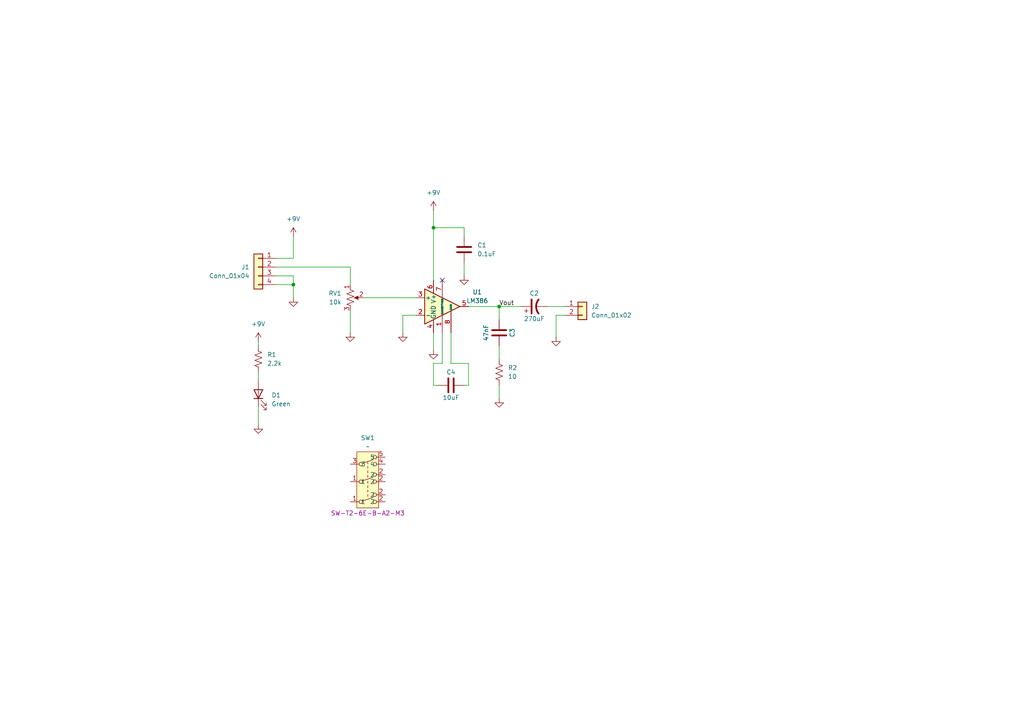
<source format=kicad_sch>
(kicad_sch
	(version 20231120)
	(generator "eeschema")
	(generator_version "8.0")
	(uuid "9d0d146f-8784-4145-96bc-2fe1ea71556f")
	(paper "A4")
	(lib_symbols
		(symbol "Amplifier_Audio:LM386"
			(pin_names
				(offset 0.127)
			)
			(exclude_from_sim no)
			(in_bom yes)
			(on_board yes)
			(property "Reference" "U"
				(at 1.27 7.62 0)
				(effects
					(font
						(size 1.27 1.27)
					)
					(justify left)
				)
			)
			(property "Value" "LM386"
				(at 1.27 5.08 0)
				(effects
					(font
						(size 1.27 1.27)
					)
					(justify left)
				)
			)
			(property "Footprint" ""
				(at 2.54 2.54 0)
				(effects
					(font
						(size 1.27 1.27)
					)
					(hide yes)
				)
			)
			(property "Datasheet" "http://www.ti.com/lit/ds/symlink/lm386.pdf"
				(at 5.08 5.08 0)
				(effects
					(font
						(size 1.27 1.27)
					)
					(hide yes)
				)
			)
			(property "Description" "Low Voltage Audio Power Amplifier, DIP-8/SOIC-8/SSOP-8"
				(at 0 0 0)
				(effects
					(font
						(size 1.27 1.27)
					)
					(hide yes)
				)
			)
			(property "ki_keywords" "single Power opamp"
				(at 0 0 0)
				(effects
					(font
						(size 1.27 1.27)
					)
					(hide yes)
				)
			)
			(property "ki_fp_filters" "SOIC*3.9x4.9mm*P1.27mm* DIP*W7.62mm* MSSOP*P0.65mm* TSSOP*3x3mm*P0.5mm*"
				(at 0 0 0)
				(effects
					(font
						(size 1.27 1.27)
					)
					(hide yes)
				)
			)
			(symbol "LM386_0_1"
				(polyline
					(pts
						(xy 5.08 0) (xy -5.08 5.08) (xy -5.08 -5.08) (xy 5.08 0)
					)
					(stroke
						(width 0.254)
						(type default)
					)
					(fill
						(type background)
					)
				)
			)
			(symbol "LM386_1_1"
				(pin input line
					(at 0 -7.62 90)
					(length 5.08)
					(name "GAIN"
						(effects
							(font
								(size 0.508 0.508)
							)
						)
					)
					(number "1"
						(effects
							(font
								(size 1.27 1.27)
							)
						)
					)
				)
				(pin input line
					(at -7.62 -2.54 0)
					(length 2.54)
					(name "-"
						(effects
							(font
								(size 1.27 1.27)
							)
						)
					)
					(number "2"
						(effects
							(font
								(size 1.27 1.27)
							)
						)
					)
				)
				(pin input line
					(at -7.62 2.54 0)
					(length 2.54)
					(name "+"
						(effects
							(font
								(size 1.27 1.27)
							)
						)
					)
					(number "3"
						(effects
							(font
								(size 1.27 1.27)
							)
						)
					)
				)
				(pin power_in line
					(at -2.54 -7.62 90)
					(length 3.81)
					(name "GND"
						(effects
							(font
								(size 1.27 1.27)
							)
						)
					)
					(number "4"
						(effects
							(font
								(size 1.27 1.27)
							)
						)
					)
				)
				(pin output line
					(at 7.62 0 180)
					(length 2.54)
					(name "~"
						(effects
							(font
								(size 1.27 1.27)
							)
						)
					)
					(number "5"
						(effects
							(font
								(size 1.27 1.27)
							)
						)
					)
				)
				(pin power_in line
					(at -2.54 7.62 270)
					(length 3.81)
					(name "V+"
						(effects
							(font
								(size 1.27 1.27)
							)
						)
					)
					(number "6"
						(effects
							(font
								(size 1.27 1.27)
							)
						)
					)
				)
				(pin input line
					(at 0 7.62 270)
					(length 5.08)
					(name "BYPASS"
						(effects
							(font
								(size 0.508 0.508)
							)
						)
					)
					(number "7"
						(effects
							(font
								(size 1.27 1.27)
							)
						)
					)
				)
				(pin input line
					(at 2.54 -7.62 90)
					(length 6.35)
					(name "GAIN"
						(effects
							(font
								(size 0.508 0.508)
							)
						)
					)
					(number "8"
						(effects
							(font
								(size 1.27 1.27)
							)
						)
					)
				)
			)
		)
		(symbol "Connector_Generic:Conn_01x02"
			(pin_names
				(offset 1.016) hide)
			(exclude_from_sim no)
			(in_bom yes)
			(on_board yes)
			(property "Reference" "J"
				(at 0 2.54 0)
				(effects
					(font
						(size 1.27 1.27)
					)
				)
			)
			(property "Value" "Conn_01x02"
				(at 0 -5.08 0)
				(effects
					(font
						(size 1.27 1.27)
					)
				)
			)
			(property "Footprint" ""
				(at 0 0 0)
				(effects
					(font
						(size 1.27 1.27)
					)
					(hide yes)
				)
			)
			(property "Datasheet" "~"
				(at 0 0 0)
				(effects
					(font
						(size 1.27 1.27)
					)
					(hide yes)
				)
			)
			(property "Description" "Generic connector, single row, 01x02, script generated (kicad-library-utils/schlib/autogen/connector/)"
				(at 0 0 0)
				(effects
					(font
						(size 1.27 1.27)
					)
					(hide yes)
				)
			)
			(property "ki_keywords" "connector"
				(at 0 0 0)
				(effects
					(font
						(size 1.27 1.27)
					)
					(hide yes)
				)
			)
			(property "ki_fp_filters" "Connector*:*_1x??_*"
				(at 0 0 0)
				(effects
					(font
						(size 1.27 1.27)
					)
					(hide yes)
				)
			)
			(symbol "Conn_01x02_1_1"
				(rectangle
					(start -1.27 -2.413)
					(end 0 -2.667)
					(stroke
						(width 0.1524)
						(type default)
					)
					(fill
						(type none)
					)
				)
				(rectangle
					(start -1.27 0.127)
					(end 0 -0.127)
					(stroke
						(width 0.1524)
						(type default)
					)
					(fill
						(type none)
					)
				)
				(rectangle
					(start -1.27 1.27)
					(end 1.27 -3.81)
					(stroke
						(width 0.254)
						(type default)
					)
					(fill
						(type background)
					)
				)
				(pin passive line
					(at -5.08 0 0)
					(length 3.81)
					(name "Pin_1"
						(effects
							(font
								(size 1.27 1.27)
							)
						)
					)
					(number "1"
						(effects
							(font
								(size 1.27 1.27)
							)
						)
					)
				)
				(pin passive line
					(at -5.08 -2.54 0)
					(length 3.81)
					(name "Pin_2"
						(effects
							(font
								(size 1.27 1.27)
							)
						)
					)
					(number "2"
						(effects
							(font
								(size 1.27 1.27)
							)
						)
					)
				)
			)
		)
		(symbol "Connector_Generic:Conn_01x04"
			(pin_names
				(offset 1.016) hide)
			(exclude_from_sim no)
			(in_bom yes)
			(on_board yes)
			(property "Reference" "J"
				(at 0 5.08 0)
				(effects
					(font
						(size 1.27 1.27)
					)
				)
			)
			(property "Value" "Conn_01x04"
				(at 0 -7.62 0)
				(effects
					(font
						(size 1.27 1.27)
					)
				)
			)
			(property "Footprint" ""
				(at 0 0 0)
				(effects
					(font
						(size 1.27 1.27)
					)
					(hide yes)
				)
			)
			(property "Datasheet" "~"
				(at 0 0 0)
				(effects
					(font
						(size 1.27 1.27)
					)
					(hide yes)
				)
			)
			(property "Description" "Generic connector, single row, 01x04, script generated (kicad-library-utils/schlib/autogen/connector/)"
				(at 0 0 0)
				(effects
					(font
						(size 1.27 1.27)
					)
					(hide yes)
				)
			)
			(property "ki_keywords" "connector"
				(at 0 0 0)
				(effects
					(font
						(size 1.27 1.27)
					)
					(hide yes)
				)
			)
			(property "ki_fp_filters" "Connector*:*_1x??_*"
				(at 0 0 0)
				(effects
					(font
						(size 1.27 1.27)
					)
					(hide yes)
				)
			)
			(symbol "Conn_01x04_1_1"
				(rectangle
					(start -1.27 -4.953)
					(end 0 -5.207)
					(stroke
						(width 0.1524)
						(type default)
					)
					(fill
						(type none)
					)
				)
				(rectangle
					(start -1.27 -2.413)
					(end 0 -2.667)
					(stroke
						(width 0.1524)
						(type default)
					)
					(fill
						(type none)
					)
				)
				(rectangle
					(start -1.27 0.127)
					(end 0 -0.127)
					(stroke
						(width 0.1524)
						(type default)
					)
					(fill
						(type none)
					)
				)
				(rectangle
					(start -1.27 2.667)
					(end 0 2.413)
					(stroke
						(width 0.1524)
						(type default)
					)
					(fill
						(type none)
					)
				)
				(rectangle
					(start -1.27 3.81)
					(end 1.27 -6.35)
					(stroke
						(width 0.254)
						(type default)
					)
					(fill
						(type background)
					)
				)
				(pin passive line
					(at -5.08 2.54 0)
					(length 3.81)
					(name "Pin_1"
						(effects
							(font
								(size 1.27 1.27)
							)
						)
					)
					(number "1"
						(effects
							(font
								(size 1.27 1.27)
							)
						)
					)
				)
				(pin passive line
					(at -5.08 0 0)
					(length 3.81)
					(name "Pin_2"
						(effects
							(font
								(size 1.27 1.27)
							)
						)
					)
					(number "2"
						(effects
							(font
								(size 1.27 1.27)
							)
						)
					)
				)
				(pin passive line
					(at -5.08 -2.54 0)
					(length 3.81)
					(name "Pin_3"
						(effects
							(font
								(size 1.27 1.27)
							)
						)
					)
					(number "3"
						(effects
							(font
								(size 1.27 1.27)
							)
						)
					)
				)
				(pin passive line
					(at -5.08 -5.08 0)
					(length 3.81)
					(name "Pin_4"
						(effects
							(font
								(size 1.27 1.27)
							)
						)
					)
					(number "4"
						(effects
							(font
								(size 1.27 1.27)
							)
						)
					)
				)
			)
		)
		(symbol "Device:C"
			(pin_numbers hide)
			(pin_names
				(offset 0.254)
			)
			(exclude_from_sim no)
			(in_bom yes)
			(on_board yes)
			(property "Reference" "C"
				(at 0.635 2.54 0)
				(effects
					(font
						(size 1.27 1.27)
					)
					(justify left)
				)
			)
			(property "Value" "C"
				(at 0.635 -2.54 0)
				(effects
					(font
						(size 1.27 1.27)
					)
					(justify left)
				)
			)
			(property "Footprint" ""
				(at 0.9652 -3.81 0)
				(effects
					(font
						(size 1.27 1.27)
					)
					(hide yes)
				)
			)
			(property "Datasheet" "~"
				(at 0 0 0)
				(effects
					(font
						(size 1.27 1.27)
					)
					(hide yes)
				)
			)
			(property "Description" "Unpolarized capacitor"
				(at 0 0 0)
				(effects
					(font
						(size 1.27 1.27)
					)
					(hide yes)
				)
			)
			(property "ki_keywords" "cap capacitor"
				(at 0 0 0)
				(effects
					(font
						(size 1.27 1.27)
					)
					(hide yes)
				)
			)
			(property "ki_fp_filters" "C_*"
				(at 0 0 0)
				(effects
					(font
						(size 1.27 1.27)
					)
					(hide yes)
				)
			)
			(symbol "C_0_1"
				(polyline
					(pts
						(xy -2.032 -0.762) (xy 2.032 -0.762)
					)
					(stroke
						(width 0.508)
						(type default)
					)
					(fill
						(type none)
					)
				)
				(polyline
					(pts
						(xy -2.032 0.762) (xy 2.032 0.762)
					)
					(stroke
						(width 0.508)
						(type default)
					)
					(fill
						(type none)
					)
				)
			)
			(symbol "C_1_1"
				(pin passive line
					(at 0 3.81 270)
					(length 2.794)
					(name "~"
						(effects
							(font
								(size 1.27 1.27)
							)
						)
					)
					(number "1"
						(effects
							(font
								(size 1.27 1.27)
							)
						)
					)
				)
				(pin passive line
					(at 0 -3.81 90)
					(length 2.794)
					(name "~"
						(effects
							(font
								(size 1.27 1.27)
							)
						)
					)
					(number "2"
						(effects
							(font
								(size 1.27 1.27)
							)
						)
					)
				)
			)
		)
		(symbol "Device:C_Polarized_US"
			(pin_numbers hide)
			(pin_names
				(offset 0.254) hide)
			(exclude_from_sim no)
			(in_bom yes)
			(on_board yes)
			(property "Reference" "C"
				(at 0.635 2.54 0)
				(effects
					(font
						(size 1.27 1.27)
					)
					(justify left)
				)
			)
			(property "Value" "C_Polarized_US"
				(at 0.635 -2.54 0)
				(effects
					(font
						(size 1.27 1.27)
					)
					(justify left)
				)
			)
			(property "Footprint" ""
				(at 0 0 0)
				(effects
					(font
						(size 1.27 1.27)
					)
					(hide yes)
				)
			)
			(property "Datasheet" "~"
				(at 0 0 0)
				(effects
					(font
						(size 1.27 1.27)
					)
					(hide yes)
				)
			)
			(property "Description" "Polarized capacitor, US symbol"
				(at 0 0 0)
				(effects
					(font
						(size 1.27 1.27)
					)
					(hide yes)
				)
			)
			(property "ki_keywords" "cap capacitor"
				(at 0 0 0)
				(effects
					(font
						(size 1.27 1.27)
					)
					(hide yes)
				)
			)
			(property "ki_fp_filters" "CP_*"
				(at 0 0 0)
				(effects
					(font
						(size 1.27 1.27)
					)
					(hide yes)
				)
			)
			(symbol "C_Polarized_US_0_1"
				(polyline
					(pts
						(xy -2.032 0.762) (xy 2.032 0.762)
					)
					(stroke
						(width 0.508)
						(type default)
					)
					(fill
						(type none)
					)
				)
				(polyline
					(pts
						(xy -1.778 2.286) (xy -0.762 2.286)
					)
					(stroke
						(width 0)
						(type default)
					)
					(fill
						(type none)
					)
				)
				(polyline
					(pts
						(xy -1.27 1.778) (xy -1.27 2.794)
					)
					(stroke
						(width 0)
						(type default)
					)
					(fill
						(type none)
					)
				)
				(arc
					(start 2.032 -1.27)
					(mid 0 -0.5572)
					(end -2.032 -1.27)
					(stroke
						(width 0.508)
						(type default)
					)
					(fill
						(type none)
					)
				)
			)
			(symbol "C_Polarized_US_1_1"
				(pin passive line
					(at 0 3.81 270)
					(length 2.794)
					(name "~"
						(effects
							(font
								(size 1.27 1.27)
							)
						)
					)
					(number "1"
						(effects
							(font
								(size 1.27 1.27)
							)
						)
					)
				)
				(pin passive line
					(at 0 -3.81 90)
					(length 3.302)
					(name "~"
						(effects
							(font
								(size 1.27 1.27)
							)
						)
					)
					(number "2"
						(effects
							(font
								(size 1.27 1.27)
							)
						)
					)
				)
			)
		)
		(symbol "Device:LED"
			(pin_numbers hide)
			(pin_names
				(offset 1.016) hide)
			(exclude_from_sim no)
			(in_bom yes)
			(on_board yes)
			(property "Reference" "D"
				(at 0 2.54 0)
				(effects
					(font
						(size 1.27 1.27)
					)
				)
			)
			(property "Value" "LED"
				(at 0 -2.54 0)
				(effects
					(font
						(size 1.27 1.27)
					)
				)
			)
			(property "Footprint" ""
				(at 0 0 0)
				(effects
					(font
						(size 1.27 1.27)
					)
					(hide yes)
				)
			)
			(property "Datasheet" "~"
				(at 0 0 0)
				(effects
					(font
						(size 1.27 1.27)
					)
					(hide yes)
				)
			)
			(property "Description" "Light emitting diode"
				(at 0 0 0)
				(effects
					(font
						(size 1.27 1.27)
					)
					(hide yes)
				)
			)
			(property "ki_keywords" "LED diode"
				(at 0 0 0)
				(effects
					(font
						(size 1.27 1.27)
					)
					(hide yes)
				)
			)
			(property "ki_fp_filters" "LED* LED_SMD:* LED_THT:*"
				(at 0 0 0)
				(effects
					(font
						(size 1.27 1.27)
					)
					(hide yes)
				)
			)
			(symbol "LED_0_1"
				(polyline
					(pts
						(xy -1.27 -1.27) (xy -1.27 1.27)
					)
					(stroke
						(width 0.254)
						(type default)
					)
					(fill
						(type none)
					)
				)
				(polyline
					(pts
						(xy -1.27 0) (xy 1.27 0)
					)
					(stroke
						(width 0)
						(type default)
					)
					(fill
						(type none)
					)
				)
				(polyline
					(pts
						(xy 1.27 -1.27) (xy 1.27 1.27) (xy -1.27 0) (xy 1.27 -1.27)
					)
					(stroke
						(width 0.254)
						(type default)
					)
					(fill
						(type none)
					)
				)
				(polyline
					(pts
						(xy -3.048 -0.762) (xy -4.572 -2.286) (xy -3.81 -2.286) (xy -4.572 -2.286) (xy -4.572 -1.524)
					)
					(stroke
						(width 0)
						(type default)
					)
					(fill
						(type none)
					)
				)
				(polyline
					(pts
						(xy -1.778 -0.762) (xy -3.302 -2.286) (xy -2.54 -2.286) (xy -3.302 -2.286) (xy -3.302 -1.524)
					)
					(stroke
						(width 0)
						(type default)
					)
					(fill
						(type none)
					)
				)
			)
			(symbol "LED_1_1"
				(pin passive line
					(at -3.81 0 0)
					(length 2.54)
					(name "K"
						(effects
							(font
								(size 1.27 1.27)
							)
						)
					)
					(number "1"
						(effects
							(font
								(size 1.27 1.27)
							)
						)
					)
				)
				(pin passive line
					(at 3.81 0 180)
					(length 2.54)
					(name "A"
						(effects
							(font
								(size 1.27 1.27)
							)
						)
					)
					(number "2"
						(effects
							(font
								(size 1.27 1.27)
							)
						)
					)
				)
			)
		)
		(symbol "Device:R_Potentiometer_US"
			(pin_names
				(offset 1.016) hide)
			(exclude_from_sim no)
			(in_bom yes)
			(on_board yes)
			(property "Reference" "RV"
				(at -4.445 0 90)
				(effects
					(font
						(size 1.27 1.27)
					)
				)
			)
			(property "Value" "R_Potentiometer_US"
				(at -2.54 0 90)
				(effects
					(font
						(size 1.27 1.27)
					)
				)
			)
			(property "Footprint" ""
				(at 0 0 0)
				(effects
					(font
						(size 1.27 1.27)
					)
					(hide yes)
				)
			)
			(property "Datasheet" "~"
				(at 0 0 0)
				(effects
					(font
						(size 1.27 1.27)
					)
					(hide yes)
				)
			)
			(property "Description" "Potentiometer, US symbol"
				(at 0 0 0)
				(effects
					(font
						(size 1.27 1.27)
					)
					(hide yes)
				)
			)
			(property "ki_keywords" "resistor variable"
				(at 0 0 0)
				(effects
					(font
						(size 1.27 1.27)
					)
					(hide yes)
				)
			)
			(property "ki_fp_filters" "Potentiometer*"
				(at 0 0 0)
				(effects
					(font
						(size 1.27 1.27)
					)
					(hide yes)
				)
			)
			(symbol "R_Potentiometer_US_0_1"
				(polyline
					(pts
						(xy 0 -2.286) (xy 0 -2.54)
					)
					(stroke
						(width 0)
						(type default)
					)
					(fill
						(type none)
					)
				)
				(polyline
					(pts
						(xy 0 2.54) (xy 0 2.286)
					)
					(stroke
						(width 0)
						(type default)
					)
					(fill
						(type none)
					)
				)
				(polyline
					(pts
						(xy 2.54 0) (xy 1.524 0)
					)
					(stroke
						(width 0)
						(type default)
					)
					(fill
						(type none)
					)
				)
				(polyline
					(pts
						(xy 1.143 0) (xy 2.286 0.508) (xy 2.286 -0.508) (xy 1.143 0)
					)
					(stroke
						(width 0)
						(type default)
					)
					(fill
						(type outline)
					)
				)
				(polyline
					(pts
						(xy 0 -0.762) (xy 1.016 -1.143) (xy 0 -1.524) (xy -1.016 -1.905) (xy 0 -2.286)
					)
					(stroke
						(width 0)
						(type default)
					)
					(fill
						(type none)
					)
				)
				(polyline
					(pts
						(xy 0 0.762) (xy 1.016 0.381) (xy 0 0) (xy -1.016 -0.381) (xy 0 -0.762)
					)
					(stroke
						(width 0)
						(type default)
					)
					(fill
						(type none)
					)
				)
				(polyline
					(pts
						(xy 0 2.286) (xy 1.016 1.905) (xy 0 1.524) (xy -1.016 1.143) (xy 0 0.762)
					)
					(stroke
						(width 0)
						(type default)
					)
					(fill
						(type none)
					)
				)
			)
			(symbol "R_Potentiometer_US_1_1"
				(pin passive line
					(at 0 3.81 270)
					(length 1.27)
					(name "1"
						(effects
							(font
								(size 1.27 1.27)
							)
						)
					)
					(number "1"
						(effects
							(font
								(size 1.27 1.27)
							)
						)
					)
				)
				(pin passive line
					(at 3.81 0 180)
					(length 1.27)
					(name "2"
						(effects
							(font
								(size 1.27 1.27)
							)
						)
					)
					(number "2"
						(effects
							(font
								(size 1.27 1.27)
							)
						)
					)
				)
				(pin passive line
					(at 0 -3.81 90)
					(length 1.27)
					(name "3"
						(effects
							(font
								(size 1.27 1.27)
							)
						)
					)
					(number "3"
						(effects
							(font
								(size 1.27 1.27)
							)
						)
					)
				)
			)
		)
		(symbol "Device:R_US"
			(pin_numbers hide)
			(pin_names
				(offset 0)
			)
			(exclude_from_sim no)
			(in_bom yes)
			(on_board yes)
			(property "Reference" "R"
				(at 2.54 0 90)
				(effects
					(font
						(size 1.27 1.27)
					)
				)
			)
			(property "Value" "R_US"
				(at -2.54 0 90)
				(effects
					(font
						(size 1.27 1.27)
					)
				)
			)
			(property "Footprint" ""
				(at 1.016 -0.254 90)
				(effects
					(font
						(size 1.27 1.27)
					)
					(hide yes)
				)
			)
			(property "Datasheet" "~"
				(at 0 0 0)
				(effects
					(font
						(size 1.27 1.27)
					)
					(hide yes)
				)
			)
			(property "Description" "Resistor, US symbol"
				(at 0 0 0)
				(effects
					(font
						(size 1.27 1.27)
					)
					(hide yes)
				)
			)
			(property "ki_keywords" "R res resistor"
				(at 0 0 0)
				(effects
					(font
						(size 1.27 1.27)
					)
					(hide yes)
				)
			)
			(property "ki_fp_filters" "R_*"
				(at 0 0 0)
				(effects
					(font
						(size 1.27 1.27)
					)
					(hide yes)
				)
			)
			(symbol "R_US_0_1"
				(polyline
					(pts
						(xy 0 -2.286) (xy 0 -2.54)
					)
					(stroke
						(width 0)
						(type default)
					)
					(fill
						(type none)
					)
				)
				(polyline
					(pts
						(xy 0 2.286) (xy 0 2.54)
					)
					(stroke
						(width 0)
						(type default)
					)
					(fill
						(type none)
					)
				)
				(polyline
					(pts
						(xy 0 -0.762) (xy 1.016 -1.143) (xy 0 -1.524) (xy -1.016 -1.905) (xy 0 -2.286)
					)
					(stroke
						(width 0)
						(type default)
					)
					(fill
						(type none)
					)
				)
				(polyline
					(pts
						(xy 0 0.762) (xy 1.016 0.381) (xy 0 0) (xy -1.016 -0.381) (xy 0 -0.762)
					)
					(stroke
						(width 0)
						(type default)
					)
					(fill
						(type none)
					)
				)
				(polyline
					(pts
						(xy 0 2.286) (xy 1.016 1.905) (xy 0 1.524) (xy -1.016 1.143) (xy 0 0.762)
					)
					(stroke
						(width 0)
						(type default)
					)
					(fill
						(type none)
					)
				)
			)
			(symbol "R_US_1_1"
				(pin passive line
					(at 0 3.81 270)
					(length 1.27)
					(name "~"
						(effects
							(font
								(size 1.27 1.27)
							)
						)
					)
					(number "1"
						(effects
							(font
								(size 1.27 1.27)
							)
						)
					)
				)
				(pin passive line
					(at 0 -3.81 90)
					(length 1.27)
					(name "~"
						(effects
							(font
								(size 1.27 1.27)
							)
						)
					)
					(number "2"
						(effects
							(font
								(size 1.27 1.27)
							)
						)
					)
				)
			)
		)
		(symbol "RG_Switches:3PDT"
			(exclude_from_sim no)
			(in_bom yes)
			(on_board yes)
			(property "Reference" "SW"
				(at 0 0 0)
				(effects
					(font
						(size 1.27 1.27)
					)
				)
			)
			(property "Value" ""
				(at 0 0 0)
				(effects
					(font
						(size 1.27 1.27)
					)
				)
			)
			(property "Footprint" ""
				(at 0 0 0)
				(effects
					(font
						(size 1.27 1.27)
					)
					(hide yes)
				)
			)
			(property "Datasheet" ""
				(at 0 0 0)
				(effects
					(font
						(size 1.27 1.27)
					)
					(hide yes)
				)
			)
			(property "Description" ""
				(at 0 0 0)
				(effects
					(font
						(size 1.27 1.27)
					)
					(hide yes)
				)
			)
			(symbol "3PDT_0_0"
				(circle
					(center -2.032 -9.652)
					(radius 0.508)
					(stroke
						(width 0)
						(type default)
					)
					(fill
						(type none)
					)
				)
				(circle
					(center -2.032 -3.81)
					(radius 0.508)
					(stroke
						(width 0)
						(type default)
					)
					(fill
						(type none)
					)
				)
				(circle
					(center -2.032 1.27)
					(radius 0.508)
					(stroke
						(width 0)
						(type default)
					)
					(fill
						(type none)
					)
				)
				(polyline
					(pts
						(xy -1.524 -9.398) (xy 1.524 -8.382)
					)
					(stroke
						(width 0)
						(type default)
					)
					(fill
						(type none)
					)
				)
				(polyline
					(pts
						(xy -1.524 -3.556) (xy 1.524 -2.54)
					)
					(stroke
						(width 0)
						(type default)
					)
					(fill
						(type none)
					)
				)
				(polyline
					(pts
						(xy -1.524 1.524) (xy 1.524 2.54)
					)
					(stroke
						(width 0)
						(type default)
					)
					(fill
						(type none)
					)
				)
				(polyline
					(pts
						(xy 0 -8.128) (xy 0 -7.493)
					)
					(stroke
						(width 0)
						(type default)
					)
					(fill
						(type none)
					)
				)
				(polyline
					(pts
						(xy 0 -6.858) (xy 0 -6.223)
					)
					(stroke
						(width 0)
						(type default)
					)
					(fill
						(type none)
					)
				)
				(polyline
					(pts
						(xy 0 -5.588) (xy 0 -4.953)
					)
					(stroke
						(width 0)
						(type default)
					)
					(fill
						(type none)
					)
				)
				(polyline
					(pts
						(xy 0 -4.318) (xy 0 -3.683)
					)
					(stroke
						(width 0)
						(type default)
					)
					(fill
						(type none)
					)
				)
				(polyline
					(pts
						(xy 0 -2.54) (xy 0 -1.905)
					)
					(stroke
						(width 0)
						(type default)
					)
					(fill
						(type none)
					)
				)
				(polyline
					(pts
						(xy 0 -1.27) (xy 0 -0.635)
					)
					(stroke
						(width 0)
						(type default)
					)
					(fill
						(type none)
					)
				)
				(polyline
					(pts
						(xy 0 0) (xy 0 0.635)
					)
					(stroke
						(width 0)
						(type default)
					)
					(fill
						(type none)
					)
				)
				(polyline
					(pts
						(xy 0 1.27) (xy 0 1.905)
					)
					(stroke
						(width 0)
						(type default)
					)
					(fill
						(type none)
					)
				)
				(circle
					(center 2.032 -9.652)
					(radius 0.508)
					(stroke
						(width 0)
						(type default)
					)
					(fill
						(type none)
					)
				)
				(circle
					(center 2.032 -7.62)
					(radius 0.508)
					(stroke
						(width 0)
						(type default)
					)
					(fill
						(type none)
					)
				)
				(circle
					(center 2.032 -3.81)
					(radius 0.508)
					(stroke
						(width 0)
						(type default)
					)
					(fill
						(type none)
					)
				)
				(circle
					(center 2.032 -1.778)
					(radius 0.508)
					(stroke
						(width 0)
						(type default)
					)
					(fill
						(type none)
					)
				)
				(circle
					(center 2.032 1.27)
					(radius 0.508)
					(stroke
						(width 0)
						(type default)
					)
					(fill
						(type none)
					)
				)
				(circle
					(center 2.032 3.302)
					(radius 0.508)
					(stroke
						(width 0)
						(type default)
					)
					(fill
						(type none)
					)
				)
			)
			(symbol "3PDT_1_1"
				(rectangle
					(start -3.175 4.826)
					(end 3.175 -11.43)
					(stroke
						(width 0)
						(type default)
					)
					(fill
						(type background)
					)
				)
				(pin passive line
					(at -5.08 -9.652 0)
					(length 2.54)
					(name "1"
						(effects
							(font
								(size 1.27 1.27)
							)
						)
					)
					(number "1"
						(effects
							(font
								(size 1.27 1.27)
							)
						)
					)
				)
				(pin passive line
					(at -5.08 -3.81 0)
					(length 2.54)
					(name "1"
						(effects
							(font
								(size 1.27 1.27)
							)
						)
					)
					(number "1"
						(effects
							(font
								(size 1.27 1.27)
							)
						)
					)
				)
				(pin passive line
					(at 5.08 -9.652 180)
					(length 2.54)
					(name "2"
						(effects
							(font
								(size 1.27 1.27)
							)
						)
					)
					(number "2"
						(effects
							(font
								(size 1.27 1.27)
							)
						)
					)
				)
				(pin passive line
					(at 5.08 -7.62 180)
					(length 2.54)
					(name "2"
						(effects
							(font
								(size 1.27 1.27)
							)
						)
					)
					(number "2"
						(effects
							(font
								(size 1.27 1.27)
							)
						)
					)
				)
				(pin passive line
					(at 5.08 -3.81 180)
					(length 2.54)
					(name "2"
						(effects
							(font
								(size 1.27 1.27)
							)
						)
					)
					(number "2"
						(effects
							(font
								(size 1.27 1.27)
							)
						)
					)
				)
				(pin passive line
					(at 5.08 -1.778 180)
					(length 2.54)
					(name "2"
						(effects
							(font
								(size 1.27 1.27)
							)
						)
					)
					(number "2"
						(effects
							(font
								(size 1.27 1.27)
							)
						)
					)
				)
				(pin passive line
					(at -5.08 1.27 0)
					(length 2.54)
					(name "3"
						(effects
							(font
								(size 1.27 1.27)
							)
						)
					)
					(number "3"
						(effects
							(font
								(size 1.27 1.27)
							)
						)
					)
				)
				(pin passive line
					(at 5.08 1.27 180)
					(length 2.54)
					(name "4"
						(effects
							(font
								(size 1.27 1.27)
							)
						)
					)
					(number "4"
						(effects
							(font
								(size 1.27 1.27)
							)
						)
					)
				)
				(pin passive line
					(at 5.08 3.302 180)
					(length 2.54)
					(name "5"
						(effects
							(font
								(size 1.27 1.27)
							)
						)
					)
					(number "5"
						(effects
							(font
								(size 1.27 1.27)
							)
						)
					)
				)
			)
		)
		(symbol "power:+9V"
			(power)
			(pin_numbers hide)
			(pin_names
				(offset 0) hide)
			(exclude_from_sim no)
			(in_bom yes)
			(on_board yes)
			(property "Reference" "#PWR"
				(at 0 -3.81 0)
				(effects
					(font
						(size 1.27 1.27)
					)
					(hide yes)
				)
			)
			(property "Value" "+9V"
				(at 0 3.556 0)
				(effects
					(font
						(size 1.27 1.27)
					)
				)
			)
			(property "Footprint" ""
				(at 0 0 0)
				(effects
					(font
						(size 1.27 1.27)
					)
					(hide yes)
				)
			)
			(property "Datasheet" ""
				(at 0 0 0)
				(effects
					(font
						(size 1.27 1.27)
					)
					(hide yes)
				)
			)
			(property "Description" "Power symbol creates a global label with name \"+9V\""
				(at 0 0 0)
				(effects
					(font
						(size 1.27 1.27)
					)
					(hide yes)
				)
			)
			(property "ki_keywords" "global power"
				(at 0 0 0)
				(effects
					(font
						(size 1.27 1.27)
					)
					(hide yes)
				)
			)
			(symbol "+9V_0_1"
				(polyline
					(pts
						(xy -0.762 1.27) (xy 0 2.54)
					)
					(stroke
						(width 0)
						(type default)
					)
					(fill
						(type none)
					)
				)
				(polyline
					(pts
						(xy 0 0) (xy 0 2.54)
					)
					(stroke
						(width 0)
						(type default)
					)
					(fill
						(type none)
					)
				)
				(polyline
					(pts
						(xy 0 2.54) (xy 0.762 1.27)
					)
					(stroke
						(width 0)
						(type default)
					)
					(fill
						(type none)
					)
				)
			)
			(symbol "+9V_1_1"
				(pin power_in line
					(at 0 0 90)
					(length 0)
					(name "~"
						(effects
							(font
								(size 1.27 1.27)
							)
						)
					)
					(number "1"
						(effects
							(font
								(size 1.27 1.27)
							)
						)
					)
				)
			)
		)
		(symbol "power:GND"
			(power)
			(pin_numbers hide)
			(pin_names
				(offset 0) hide)
			(exclude_from_sim no)
			(in_bom yes)
			(on_board yes)
			(property "Reference" "#PWR"
				(at 0 -6.35 0)
				(effects
					(font
						(size 1.27 1.27)
					)
					(hide yes)
				)
			)
			(property "Value" "GND"
				(at 0 -3.81 0)
				(effects
					(font
						(size 1.27 1.27)
					)
				)
			)
			(property "Footprint" ""
				(at 0 0 0)
				(effects
					(font
						(size 1.27 1.27)
					)
					(hide yes)
				)
			)
			(property "Datasheet" ""
				(at 0 0 0)
				(effects
					(font
						(size 1.27 1.27)
					)
					(hide yes)
				)
			)
			(property "Description" "Power symbol creates a global label with name \"GND\" , ground"
				(at 0 0 0)
				(effects
					(font
						(size 1.27 1.27)
					)
					(hide yes)
				)
			)
			(property "ki_keywords" "global power"
				(at 0 0 0)
				(effects
					(font
						(size 1.27 1.27)
					)
					(hide yes)
				)
			)
			(symbol "GND_0_1"
				(polyline
					(pts
						(xy 0 0) (xy 0 -1.27) (xy 1.27 -1.27) (xy 0 -2.54) (xy -1.27 -1.27) (xy 0 -1.27)
					)
					(stroke
						(width 0)
						(type default)
					)
					(fill
						(type none)
					)
				)
			)
			(symbol "GND_1_1"
				(pin power_in line
					(at 0 0 270)
					(length 0)
					(name "~"
						(effects
							(font
								(size 1.27 1.27)
							)
						)
					)
					(number "1"
						(effects
							(font
								(size 1.27 1.27)
							)
						)
					)
				)
			)
		)
	)
	(junction
		(at 85.09 82.55)
		(diameter 0)
		(color 0 0 0 0)
		(uuid "680115f1-db0b-4b4e-a3c9-1bdb628db84f")
	)
	(junction
		(at 144.78 88.9)
		(diameter 0)
		(color 0 0 0 0)
		(uuid "9865f868-b909-4434-b716-df8870ea3747")
	)
	(junction
		(at 125.73 66.04)
		(diameter 0)
		(color 0 0 0 0)
		(uuid "b7c0699f-c22b-4399-b21b-c3a64542942e")
	)
	(no_connect
		(at 128.27 81.28)
		(uuid "fcfae78b-c4ca-4fe7-8865-0d164441f8d0")
	)
	(wire
		(pts
			(xy 134.62 66.04) (xy 134.62 68.58)
		)
		(stroke
			(width 0)
			(type default)
		)
		(uuid "03f2b3e1-384c-4059-a65b-78b7706c5fca")
	)
	(wire
		(pts
			(xy 125.73 111.76) (xy 127 111.76)
		)
		(stroke
			(width 0)
			(type default)
		)
		(uuid "121247f7-4da9-4bef-9459-bbfe4adb0e53")
	)
	(wire
		(pts
			(xy 128.27 96.52) (xy 128.27 105.41)
		)
		(stroke
			(width 0)
			(type default)
		)
		(uuid "148283c6-bc53-438f-af01-60f63f8cd568")
	)
	(wire
		(pts
			(xy 80.01 77.47) (xy 101.6 77.47)
		)
		(stroke
			(width 0)
			(type default)
		)
		(uuid "24ccc3da-d0e8-4fa7-8d48-827496af89db")
	)
	(wire
		(pts
			(xy 134.62 76.2) (xy 134.62 80.01)
		)
		(stroke
			(width 0)
			(type default)
		)
		(uuid "2b449c31-47c8-4334-8d75-4880faaf5ca2")
	)
	(wire
		(pts
			(xy 74.93 107.95) (xy 74.93 110.49)
		)
		(stroke
			(width 0)
			(type default)
		)
		(uuid "34f7b809-3edb-4fa1-afb0-8735d0ff1b80")
	)
	(wire
		(pts
			(xy 80.01 74.93) (xy 85.09 74.93)
		)
		(stroke
			(width 0)
			(type default)
		)
		(uuid "3d9d0bc9-ba79-4d81-a7d2-0339b6e06cc9")
	)
	(wire
		(pts
			(xy 125.73 96.52) (xy 125.73 101.6)
		)
		(stroke
			(width 0)
			(type default)
		)
		(uuid "3dcb453b-5667-447f-b005-e0ed8f92fcb7")
	)
	(wire
		(pts
			(xy 125.73 66.04) (xy 134.62 66.04)
		)
		(stroke
			(width 0)
			(type default)
		)
		(uuid "4160994e-611a-4871-b00a-206840b14d43")
	)
	(wire
		(pts
			(xy 128.27 105.41) (xy 125.73 105.41)
		)
		(stroke
			(width 0)
			(type default)
		)
		(uuid "41d9f2f4-08b7-4bcf-96e0-69da8726fed1")
	)
	(wire
		(pts
			(xy 134.62 111.76) (xy 135.89 111.76)
		)
		(stroke
			(width 0)
			(type default)
		)
		(uuid "490bead7-285b-4be2-bb66-4c6870f54705")
	)
	(wire
		(pts
			(xy 80.01 82.55) (xy 85.09 82.55)
		)
		(stroke
			(width 0)
			(type default)
		)
		(uuid "5b92c4c4-2b72-4764-a979-e67e57b17980")
	)
	(wire
		(pts
			(xy 85.09 82.55) (xy 85.09 86.36)
		)
		(stroke
			(width 0)
			(type default)
		)
		(uuid "5b955f50-59fa-441e-990c-5dd63130a614")
	)
	(wire
		(pts
			(xy 144.78 111.76) (xy 144.78 115.57)
		)
		(stroke
			(width 0)
			(type default)
		)
		(uuid "5c3712f1-bbec-48a7-a2c6-1a6358439367")
	)
	(wire
		(pts
			(xy 135.89 88.9) (xy 144.78 88.9)
		)
		(stroke
			(width 0)
			(type default)
		)
		(uuid "5fa7e22f-8700-4c88-b747-fc650ffb409d")
	)
	(wire
		(pts
			(xy 74.93 118.11) (xy 74.93 123.19)
		)
		(stroke
			(width 0)
			(type default)
		)
		(uuid "615c0b4b-adae-4369-be0c-d7ddd2e5b3eb")
	)
	(wire
		(pts
			(xy 158.75 88.9) (xy 163.83 88.9)
		)
		(stroke
			(width 0)
			(type default)
		)
		(uuid "73c835b8-0576-434d-bfda-b69406ed988a")
	)
	(wire
		(pts
			(xy 125.73 105.41) (xy 125.73 111.76)
		)
		(stroke
			(width 0)
			(type default)
		)
		(uuid "7b3dc105-9fc3-4eee-9aaf-5dbe1fd11194")
	)
	(wire
		(pts
			(xy 144.78 100.33) (xy 144.78 104.14)
		)
		(stroke
			(width 0)
			(type default)
		)
		(uuid "7ce59988-01aa-43bc-86d5-0a12e2484db4")
	)
	(wire
		(pts
			(xy 125.73 60.96) (xy 125.73 66.04)
		)
		(stroke
			(width 0)
			(type default)
		)
		(uuid "86116d87-2447-4edb-a2df-e21e8dbf694a")
	)
	(wire
		(pts
			(xy 80.01 80.01) (xy 85.09 80.01)
		)
		(stroke
			(width 0)
			(type default)
		)
		(uuid "9246f8a1-a44c-45b9-90a0-3152e9cdd95d")
	)
	(wire
		(pts
			(xy 116.84 91.44) (xy 116.84 96.52)
		)
		(stroke
			(width 0)
			(type default)
		)
		(uuid "a2fb1096-691a-42e4-afc5-aa87c1287004")
	)
	(wire
		(pts
			(xy 101.6 90.17) (xy 101.6 96.52)
		)
		(stroke
			(width 0)
			(type default)
		)
		(uuid "a376a0aa-c1f7-4b6d-bc26-41424c9ddfbf")
	)
	(wire
		(pts
			(xy 130.81 105.41) (xy 135.89 105.41)
		)
		(stroke
			(width 0)
			(type default)
		)
		(uuid "a5084764-b5d7-41b2-a996-042851922a86")
	)
	(wire
		(pts
			(xy 125.73 66.04) (xy 125.73 81.28)
		)
		(stroke
			(width 0)
			(type default)
		)
		(uuid "a69efe83-22bb-47d6-b246-63bcf7fa9bf0")
	)
	(wire
		(pts
			(xy 161.29 91.44) (xy 161.29 97.79)
		)
		(stroke
			(width 0)
			(type default)
		)
		(uuid "ac34df36-e9d8-405b-8472-f405e349b094")
	)
	(wire
		(pts
			(xy 135.89 105.41) (xy 135.89 111.76)
		)
		(stroke
			(width 0)
			(type default)
		)
		(uuid "ba5bb2df-c78c-4dd7-8c53-637fdadf3a60")
	)
	(wire
		(pts
			(xy 105.41 86.36) (xy 120.65 86.36)
		)
		(stroke
			(width 0)
			(type default)
		)
		(uuid "bd766205-b4e7-4517-98be-7493b3b1d7b2")
	)
	(wire
		(pts
			(xy 120.65 91.44) (xy 116.84 91.44)
		)
		(stroke
			(width 0)
			(type default)
		)
		(uuid "bdb0e678-1788-4156-b05d-758cdf315370")
	)
	(wire
		(pts
			(xy 130.81 96.52) (xy 130.81 105.41)
		)
		(stroke
			(width 0)
			(type default)
		)
		(uuid "bfa6c5a1-3897-404c-b668-284ee2a1d9e9")
	)
	(wire
		(pts
			(xy 144.78 88.9) (xy 151.13 88.9)
		)
		(stroke
			(width 0)
			(type default)
		)
		(uuid "c7cea63e-e362-481a-bb8c-717bf92cc5e6")
	)
	(wire
		(pts
			(xy 163.83 91.44) (xy 161.29 91.44)
		)
		(stroke
			(width 0)
			(type default)
		)
		(uuid "c9842690-7b1a-41a2-863d-f94576fd83d4")
	)
	(wire
		(pts
			(xy 101.6 77.47) (xy 101.6 82.55)
		)
		(stroke
			(width 0)
			(type default)
		)
		(uuid "cc9d8e68-2302-4d26-9f69-f0b27aa72d11")
	)
	(wire
		(pts
			(xy 74.93 99.06) (xy 74.93 100.33)
		)
		(stroke
			(width 0)
			(type default)
		)
		(uuid "d4029dbb-d445-43b6-9e5e-0030a44a6ac5")
	)
	(wire
		(pts
			(xy 85.09 80.01) (xy 85.09 82.55)
		)
		(stroke
			(width 0)
			(type default)
		)
		(uuid "e8bb8f0e-1b3d-4265-80ab-e5ab221af6a0")
	)
	(wire
		(pts
			(xy 144.78 88.9) (xy 144.78 92.71)
		)
		(stroke
			(width 0)
			(type default)
		)
		(uuid "ee409b1a-26e7-4cbb-8240-c09b1b807fc9")
	)
	(wire
		(pts
			(xy 85.09 74.93) (xy 85.09 68.58)
		)
		(stroke
			(width 0)
			(type default)
		)
		(uuid "f8f75d5a-3ee6-4b9d-8f36-b33b93d54811")
	)
	(label "Vout"
		(at 144.78 88.9 0)
		(fields_autoplaced yes)
		(effects
			(font
				(size 1.27 1.27)
			)
			(justify left bottom)
		)
		(uuid "31806cc6-d74a-42b7-8ca6-ccea54dad157")
	)
	(symbol
		(lib_id "power:GND")
		(at 144.78 115.57 0)
		(unit 1)
		(exclude_from_sim no)
		(in_bom yes)
		(on_board yes)
		(dnp no)
		(fields_autoplaced yes)
		(uuid "0678c798-58d8-4b9d-94b9-2493c38a4a34")
		(property "Reference" "#PWR010"
			(at 144.78 121.92 0)
			(effects
				(font
					(size 1.27 1.27)
				)
				(hide yes)
			)
		)
		(property "Value" "GND"
			(at 144.78 120.65 0)
			(effects
				(font
					(size 1.27 1.27)
				)
				(hide yes)
			)
		)
		(property "Footprint" ""
			(at 144.78 115.57 0)
			(effects
				(font
					(size 1.27 1.27)
				)
				(hide yes)
			)
		)
		(property "Datasheet" ""
			(at 144.78 115.57 0)
			(effects
				(font
					(size 1.27 1.27)
				)
				(hide yes)
			)
		)
		(property "Description" "Power symbol creates a global label with name \"GND\" , ground"
			(at 144.78 115.57 0)
			(effects
				(font
					(size 1.27 1.27)
				)
				(hide yes)
			)
		)
		(pin "1"
			(uuid "6d4e8cbd-8346-4cf2-9293-0726cb45065a")
		)
		(instances
			(project "Guitar_Amplifier"
				(path "/9d0d146f-8784-4145-96bc-2fe1ea71556f"
					(reference "#PWR010")
					(unit 1)
				)
			)
		)
	)
	(symbol
		(lib_id "Device:R_US")
		(at 74.93 104.14 0)
		(unit 1)
		(exclude_from_sim no)
		(in_bom yes)
		(on_board yes)
		(dnp no)
		(fields_autoplaced yes)
		(uuid "06f887bc-2740-48fc-9d44-3af5c99d1158")
		(property "Reference" "R1"
			(at 77.47 102.8699 0)
			(effects
				(font
					(size 1.27 1.27)
				)
				(justify left)
			)
		)
		(property "Value" "2.2k"
			(at 77.47 105.4099 0)
			(effects
				(font
					(size 1.27 1.27)
				)
				(justify left)
			)
		)
		(property "Footprint" "Resistor_SMD:R_0603_1608Metric"
			(at 75.946 104.394 90)
			(effects
				(font
					(size 1.27 1.27)
				)
				(hide yes)
			)
		)
		(property "Datasheet" "~"
			(at 74.93 104.14 0)
			(effects
				(font
					(size 1.27 1.27)
				)
				(hide yes)
			)
		)
		(property "Description" "RES 2.2K OHM 1% 1/10W 0603"
			(at 74.93 104.14 0)
			(effects
				(font
					(size 1.27 1.27)
				)
				(hide yes)
			)
		)
		(property "Mfg." "Stackpole Electronics Inc"
			(at 74.93 104.14 0)
			(effects
				(font
					(size 1.27 1.27)
				)
				(hide yes)
			)
		)
		(property "Mfg. PN" "RMCF0603FT2K20"
			(at 74.93 104.14 0)
			(effects
				(font
					(size 1.27 1.27)
				)
				(hide yes)
			)
		)
		(property "Distributor" "Digikey"
			(at 74.93 104.14 0)
			(effects
				(font
					(size 1.27 1.27)
				)
				(hide yes)
			)
		)
		(property "Distributor PN" "RMCF0603FT2K20TR-ND"
			(at 74.93 104.14 0)
			(effects
				(font
					(size 1.27 1.27)
				)
				(hide yes)
			)
		)
		(pin "2"
			(uuid "4d988868-cab3-4ba9-b26a-0a4ecdb6aff4")
		)
		(pin "1"
			(uuid "c83f4729-6d14-4d8b-8923-8ac2fe660cfc")
		)
		(instances
			(project "Guitar_Amplifier"
				(path "/9d0d146f-8784-4145-96bc-2fe1ea71556f"
					(reference "R1")
					(unit 1)
				)
			)
		)
	)
	(symbol
		(lib_id "power:+9V")
		(at 125.73 60.96 0)
		(unit 1)
		(exclude_from_sim no)
		(in_bom yes)
		(on_board yes)
		(dnp no)
		(fields_autoplaced yes)
		(uuid "2a101acc-0daf-4751-af32-47c0b4e77240")
		(property "Reference" "#PWR01"
			(at 125.73 64.77 0)
			(effects
				(font
					(size 1.27 1.27)
				)
				(hide yes)
			)
		)
		(property "Value" "+9V"
			(at 125.73 55.88 0)
			(effects
				(font
					(size 1.27 1.27)
				)
			)
		)
		(property "Footprint" ""
			(at 125.73 60.96 0)
			(effects
				(font
					(size 1.27 1.27)
				)
				(hide yes)
			)
		)
		(property "Datasheet" ""
			(at 125.73 60.96 0)
			(effects
				(font
					(size 1.27 1.27)
				)
				(hide yes)
			)
		)
		(property "Description" "Power symbol creates a global label with name \"+9V\""
			(at 125.73 60.96 0)
			(effects
				(font
					(size 1.27 1.27)
				)
				(hide yes)
			)
		)
		(pin "1"
			(uuid "7524fa61-9e77-44f7-8bf8-e48c3ca6b37e")
		)
		(instances
			(project "Guitar_Amplifier"
				(path "/9d0d146f-8784-4145-96bc-2fe1ea71556f"
					(reference "#PWR01")
					(unit 1)
				)
			)
		)
	)
	(symbol
		(lib_id "Device:R_Potentiometer_US")
		(at 101.6 86.36 0)
		(unit 1)
		(exclude_from_sim no)
		(in_bom yes)
		(on_board yes)
		(dnp no)
		(fields_autoplaced yes)
		(uuid "2f10a781-fae2-4364-b7e8-d98c5fddb2da")
		(property "Reference" "RV1"
			(at 99.06 85.0899 0)
			(effects
				(font
					(size 1.27 1.27)
				)
				(justify right)
			)
		)
		(property "Value" "10k"
			(at 99.06 87.6299 0)
			(effects
				(font
					(size 1.27 1.27)
				)
				(justify right)
			)
		)
		(property "Footprint" "Potentiometer_SMD:Potentiometer_Bourns_TC33X_Vertical"
			(at 101.6 86.36 0)
			(effects
				(font
					(size 1.27 1.27)
				)
				(hide yes)
			)
		)
		(property "Datasheet" "~"
			(at 101.6 86.36 0)
			(effects
				(font
					(size 1.27 1.27)
				)
				(hide yes)
			)
		)
		(property "Description" "Potentiometer, US symbol"
			(at 101.6 86.36 0)
			(effects
				(font
					(size 1.27 1.27)
				)
				(hide yes)
			)
		)
		(property "Mfg." "Bourns Inc."
			(at 101.6 86.36 0)
			(effects
				(font
					(size 1.27 1.27)
				)
				(hide yes)
			)
		)
		(property "Mfg. PN" "TC33X-2-103E"
			(at 101.6 86.36 0)
			(effects
				(font
					(size 1.27 1.27)
				)
				(hide yes)
			)
		)
		(property "Distributor" "Digikey"
			(at 101.6 86.36 0)
			(effects
				(font
					(size 1.27 1.27)
				)
				(hide yes)
			)
		)
		(property "Distributor PN" "TC33X-103ETR-ND"
			(at 101.6 86.36 0)
			(effects
				(font
					(size 1.27 1.27)
				)
				(hide yes)
			)
		)
		(pin "3"
			(uuid "8ef4e766-b259-429f-bd89-1ccd4b69dbb6")
		)
		(pin "2"
			(uuid "88685857-8244-413e-a72d-9312754150e5")
		)
		(pin "1"
			(uuid "935b4947-111b-44ab-b523-2dab56af17d9")
		)
		(instances
			(project "Guitar_Amplifier"
				(path "/9d0d146f-8784-4145-96bc-2fe1ea71556f"
					(reference "RV1")
					(unit 1)
				)
			)
		)
	)
	(symbol
		(lib_id "power:GND")
		(at 125.73 101.6 0)
		(unit 1)
		(exclude_from_sim no)
		(in_bom yes)
		(on_board yes)
		(dnp no)
		(fields_autoplaced yes)
		(uuid "3674a830-973c-407d-be6a-bb8bf8002f7f")
		(property "Reference" "#PWR09"
			(at 125.73 107.95 0)
			(effects
				(font
					(size 1.27 1.27)
				)
				(hide yes)
			)
		)
		(property "Value" "GND"
			(at 125.73 106.68 0)
			(effects
				(font
					(size 1.27 1.27)
				)
				(hide yes)
			)
		)
		(property "Footprint" ""
			(at 125.73 101.6 0)
			(effects
				(font
					(size 1.27 1.27)
				)
				(hide yes)
			)
		)
		(property "Datasheet" ""
			(at 125.73 101.6 0)
			(effects
				(font
					(size 1.27 1.27)
				)
				(hide yes)
			)
		)
		(property "Description" "Power symbol creates a global label with name \"GND\" , ground"
			(at 125.73 101.6 0)
			(effects
				(font
					(size 1.27 1.27)
				)
				(hide yes)
			)
		)
		(pin "1"
			(uuid "5c7855a1-5f1c-4617-9f0b-790f694207cd")
		)
		(instances
			(project "Guitar_Amplifier"
				(path "/9d0d146f-8784-4145-96bc-2fe1ea71556f"
					(reference "#PWR09")
					(unit 1)
				)
			)
		)
	)
	(symbol
		(lib_id "power:+9V")
		(at 74.93 99.06 0)
		(unit 1)
		(exclude_from_sim no)
		(in_bom yes)
		(on_board yes)
		(dnp no)
		(fields_autoplaced yes)
		(uuid "383df690-3c1f-40c3-be3a-0fdccaed3791")
		(property "Reference" "#PWR08"
			(at 74.93 102.87 0)
			(effects
				(font
					(size 1.27 1.27)
				)
				(hide yes)
			)
		)
		(property "Value" "+9V"
			(at 74.93 93.98 0)
			(effects
				(font
					(size 1.27 1.27)
				)
			)
		)
		(property "Footprint" ""
			(at 74.93 99.06 0)
			(effects
				(font
					(size 1.27 1.27)
				)
				(hide yes)
			)
		)
		(property "Datasheet" ""
			(at 74.93 99.06 0)
			(effects
				(font
					(size 1.27 1.27)
				)
				(hide yes)
			)
		)
		(property "Description" "Power symbol creates a global label with name \"+9V\""
			(at 74.93 99.06 0)
			(effects
				(font
					(size 1.27 1.27)
				)
				(hide yes)
			)
		)
		(pin "1"
			(uuid "463ca161-7ca6-452d-bd5a-baba8a0b7523")
		)
		(instances
			(project "Guitar_Amplifier"
				(path "/9d0d146f-8784-4145-96bc-2fe1ea71556f"
					(reference "#PWR08")
					(unit 1)
				)
			)
		)
	)
	(symbol
		(lib_id "Device:LED")
		(at 74.93 114.3 90)
		(unit 1)
		(exclude_from_sim no)
		(in_bom yes)
		(on_board yes)
		(dnp no)
		(fields_autoplaced yes)
		(uuid "48520a6a-b23e-4008-b640-876f73420136")
		(property "Reference" "D1"
			(at 78.74 114.6174 90)
			(effects
				(font
					(size 1.27 1.27)
				)
				(justify right)
			)
		)
		(property "Value" "Green"
			(at 78.74 117.1574 90)
			(effects
				(font
					(size 1.27 1.27)
				)
				(justify right)
			)
		)
		(property "Footprint" "Diode_SMD:D_0805_2012Metric"
			(at 74.93 114.3 0)
			(effects
				(font
					(size 1.27 1.27)
				)
				(hide yes)
			)
		)
		(property "Datasheet" "~"
			(at 74.93 114.3 0)
			(effects
				(font
					(size 1.27 1.27)
				)
				(hide yes)
			)
		)
		(property "Description" "LED GREEN CLEAR 0805 SMD"
			(at 74.93 114.3 0)
			(effects
				(font
					(size 1.27 1.27)
				)
				(hide yes)
			)
		)
		(property "Mfg." "Würth Elektronik"
			(at 74.93 114.3 90)
			(effects
				(font
					(size 1.27 1.27)
				)
				(hide yes)
			)
		)
		(property "Mfg. PN" "150080VS75000"
			(at 74.93 114.3 90)
			(effects
				(font
					(size 1.27 1.27)
				)
				(hide yes)
			)
		)
		(property "Distributor" "Digikey"
			(at 74.93 114.3 90)
			(effects
				(font
					(size 1.27 1.27)
				)
				(hide yes)
			)
		)
		(property "Distributor PN" "732-4986-2-ND"
			(at 74.93 114.3 90)
			(effects
				(font
					(size 1.27 1.27)
				)
				(hide yes)
			)
		)
		(pin "1"
			(uuid "dad90bce-19bd-4b9b-80b2-0a5ce1bcaeba")
		)
		(pin "2"
			(uuid "3a5d2219-1235-4072-b493-17f68787c1ea")
		)
		(instances
			(project "Guitar_Amplifier"
				(path "/9d0d146f-8784-4145-96bc-2fe1ea71556f"
					(reference "D1")
					(unit 1)
				)
			)
		)
	)
	(symbol
		(lib_id "power:GND")
		(at 116.84 96.52 0)
		(unit 1)
		(exclude_from_sim no)
		(in_bom yes)
		(on_board yes)
		(dnp no)
		(fields_autoplaced yes)
		(uuid "4f600638-5447-4baa-b5fb-53f3a39bfdfb")
		(property "Reference" "#PWR06"
			(at 116.84 102.87 0)
			(effects
				(font
					(size 1.27 1.27)
				)
				(hide yes)
			)
		)
		(property "Value" "GND"
			(at 116.84 101.6 0)
			(effects
				(font
					(size 1.27 1.27)
				)
				(hide yes)
			)
		)
		(property "Footprint" ""
			(at 116.84 96.52 0)
			(effects
				(font
					(size 1.27 1.27)
				)
				(hide yes)
			)
		)
		(property "Datasheet" ""
			(at 116.84 96.52 0)
			(effects
				(font
					(size 1.27 1.27)
				)
				(hide yes)
			)
		)
		(property "Description" "Power symbol creates a global label with name \"GND\" , ground"
			(at 116.84 96.52 0)
			(effects
				(font
					(size 1.27 1.27)
				)
				(hide yes)
			)
		)
		(pin "1"
			(uuid "32e57cc6-57e7-4369-bbbf-e989adb1f579")
		)
		(instances
			(project "Guitar_Amplifier"
				(path "/9d0d146f-8784-4145-96bc-2fe1ea71556f"
					(reference "#PWR06")
					(unit 1)
				)
			)
		)
	)
	(symbol
		(lib_id "power:GND")
		(at 74.93 123.19 0)
		(unit 1)
		(exclude_from_sim no)
		(in_bom yes)
		(on_board yes)
		(dnp no)
		(fields_autoplaced yes)
		(uuid "5143012c-7d14-4a80-8404-20e6a07b16b4")
		(property "Reference" "#PWR011"
			(at 74.93 129.54 0)
			(effects
				(font
					(size 1.27 1.27)
				)
				(hide yes)
			)
		)
		(property "Value" "GND"
			(at 74.93 128.27 0)
			(effects
				(font
					(size 1.27 1.27)
				)
				(hide yes)
			)
		)
		(property "Footprint" ""
			(at 74.93 123.19 0)
			(effects
				(font
					(size 1.27 1.27)
				)
				(hide yes)
			)
		)
		(property "Datasheet" ""
			(at 74.93 123.19 0)
			(effects
				(font
					(size 1.27 1.27)
				)
				(hide yes)
			)
		)
		(property "Description" "Power symbol creates a global label with name \"GND\" , ground"
			(at 74.93 123.19 0)
			(effects
				(font
					(size 1.27 1.27)
				)
				(hide yes)
			)
		)
		(pin "1"
			(uuid "c619e0dc-fe63-434f-a46e-a6915a61ed45")
		)
		(instances
			(project "Guitar_Amplifier"
				(path "/9d0d146f-8784-4145-96bc-2fe1ea71556f"
					(reference "#PWR011")
					(unit 1)
				)
			)
		)
	)
	(symbol
		(lib_id "Connector_Generic:Conn_01x04")
		(at 74.93 77.47 0)
		(mirror y)
		(unit 1)
		(exclude_from_sim no)
		(in_bom yes)
		(on_board yes)
		(dnp no)
		(uuid "5e5d39a0-98be-4546-a6b5-52a08983977e")
		(property "Reference" "J1"
			(at 72.39 77.4699 0)
			(effects
				(font
					(size 1.27 1.27)
				)
				(justify left)
			)
		)
		(property "Value" "Conn_01x04"
			(at 72.39 80.0099 0)
			(effects
				(font
					(size 1.27 1.27)
				)
				(justify left)
			)
		)
		(property "Footprint" "Connector_PinHeader_1.00mm:PinHeader_1x04_P1.00mm_Vertical"
			(at 74.93 77.47 0)
			(effects
				(font
					(size 1.27 1.27)
				)
				(hide yes)
			)
		)
		(property "Datasheet" "~"
			(at 74.93 77.47 0)
			(effects
				(font
					(size 1.27 1.27)
				)
				(hide yes)
			)
		)
		(property "Description" "Generic connector, single row, 01x04, script generated (kicad-library-utils/schlib/autogen/connector/)"
			(at 74.93 77.47 0)
			(effects
				(font
					(size 1.27 1.27)
				)
				(hide yes)
			)
		)
		(pin "4"
			(uuid "fc0a98e1-1880-4953-b295-2654cf3fcc03")
		)
		(pin "2"
			(uuid "b521f428-b06c-44ac-8f8a-995dfec9339e")
		)
		(pin "3"
			(uuid "b1c7552b-ec99-4d49-84fe-4c73772c3dd0")
		)
		(pin "1"
			(uuid "856de7b5-7474-4a7d-8d9f-cd31fe51a848")
		)
		(instances
			(project "Guitar_Amplifier"
				(path "/9d0d146f-8784-4145-96bc-2fe1ea71556f"
					(reference "J1")
					(unit 1)
				)
			)
		)
	)
	(symbol
		(lib_id "Connector_Generic:Conn_01x02")
		(at 168.91 88.9 0)
		(unit 1)
		(exclude_from_sim no)
		(in_bom yes)
		(on_board yes)
		(dnp no)
		(fields_autoplaced yes)
		(uuid "67084d2b-4b59-4228-a7e4-cd10652b1a8c")
		(property "Reference" "J2"
			(at 171.45 88.8999 0)
			(effects
				(font
					(size 1.27 1.27)
				)
				(justify left)
			)
		)
		(property "Value" "Conn_01x02"
			(at 171.45 91.4399 0)
			(effects
				(font
					(size 1.27 1.27)
				)
				(justify left)
			)
		)
		(property "Footprint" "Connector_PinHeader_1.00mm:PinHeader_1x02_P1.00mm_Vertical"
			(at 168.91 88.9 0)
			(effects
				(font
					(size 1.27 1.27)
				)
				(hide yes)
			)
		)
		(property "Datasheet" "~"
			(at 168.91 88.9 0)
			(effects
				(font
					(size 1.27 1.27)
				)
				(hide yes)
			)
		)
		(property "Description" "Generic connector, single row, 01x02, script generated (kicad-library-utils/schlib/autogen/connector/)"
			(at 168.91 88.9 0)
			(effects
				(font
					(size 1.27 1.27)
				)
				(hide yes)
			)
		)
		(pin "1"
			(uuid "245d6927-84da-4e06-bde5-e68cdc6d81c5")
		)
		(pin "2"
			(uuid "2509c537-7b01-4689-9037-e5b935cdfce3")
		)
		(instances
			(project "Guitar_Amplifier"
				(path "/9d0d146f-8784-4145-96bc-2fe1ea71556f"
					(reference "J2")
					(unit 1)
				)
			)
		)
	)
	(symbol
		(lib_id "power:GND")
		(at 101.6 96.52 0)
		(unit 1)
		(exclude_from_sim no)
		(in_bom yes)
		(on_board yes)
		(dnp no)
		(fields_autoplaced yes)
		(uuid "6b72c0b5-ff63-405d-afc3-9e2e7f20ccc6")
		(property "Reference" "#PWR05"
			(at 101.6 102.87 0)
			(effects
				(font
					(size 1.27 1.27)
				)
				(hide yes)
			)
		)
		(property "Value" "GND"
			(at 101.6 101.6 0)
			(effects
				(font
					(size 1.27 1.27)
				)
				(hide yes)
			)
		)
		(property "Footprint" ""
			(at 101.6 96.52 0)
			(effects
				(font
					(size 1.27 1.27)
				)
				(hide yes)
			)
		)
		(property "Datasheet" ""
			(at 101.6 96.52 0)
			(effects
				(font
					(size 1.27 1.27)
				)
				(hide yes)
			)
		)
		(property "Description" "Power symbol creates a global label with name \"GND\" , ground"
			(at 101.6 96.52 0)
			(effects
				(font
					(size 1.27 1.27)
				)
				(hide yes)
			)
		)
		(pin "1"
			(uuid "1663d873-c043-4e2a-8a2d-91ef59ff60ae")
		)
		(instances
			(project "Guitar_Amplifier"
				(path "/9d0d146f-8784-4145-96bc-2fe1ea71556f"
					(reference "#PWR05")
					(unit 1)
				)
			)
		)
	)
	(symbol
		(lib_id "Device:C")
		(at 144.78 96.52 180)
		(unit 1)
		(exclude_from_sim no)
		(in_bom yes)
		(on_board yes)
		(dnp no)
		(uuid "789e285a-aa94-4b05-9816-5876330df3fb")
		(property "Reference" "C3"
			(at 148.59 96.52 90)
			(effects
				(font
					(size 1.27 1.27)
				)
			)
		)
		(property "Value" "47nF"
			(at 140.97 96.52 90)
			(effects
				(font
					(size 1.27 1.27)
				)
			)
		)
		(property "Footprint" "Capacitor_SMD:C_0603_1608Metric"
			(at 143.8148 92.71 0)
			(effects
				(font
					(size 1.27 1.27)
				)
				(hide yes)
			)
		)
		(property "Datasheet" "~"
			(at 144.78 96.52 0)
			(effects
				(font
					(size 1.27 1.27)
				)
				(hide yes)
			)
		)
		(property "Description" "CAP CER 0.047UF 25V X7R 0603"
			(at 144.78 96.52 0)
			(effects
				(font
					(size 1.27 1.27)
				)
				(hide yes)
			)
		)
		(property "Mfg." "Samsung Electro-Mechanics"
			(at 144.78 96.52 90)
			(effects
				(font
					(size 1.27 1.27)
				)
				(hide yes)
			)
		)
		(property "Mfg. PN" "CL10B473KA8WPNC"
			(at 144.78 96.52 90)
			(effects
				(font
					(size 1.27 1.27)
				)
				(hide yes)
			)
		)
		(property "Distributor" "Digikey"
			(at 144.78 96.52 90)
			(effects
				(font
					(size 1.27 1.27)
				)
				(hide yes)
			)
		)
		(property "Distributor PN" "1276-6619-2-ND"
			(at 144.78 96.52 90)
			(effects
				(font
					(size 1.27 1.27)
				)
				(hide yes)
			)
		)
		(pin "1"
			(uuid "79886fa7-7656-494e-a6be-00dd3e3f07a0")
		)
		(pin "2"
			(uuid "58af120d-411a-4061-b4a4-1d0204ca8d70")
		)
		(instances
			(project "Guitar_Amplifier"
				(path "/9d0d146f-8784-4145-96bc-2fe1ea71556f"
					(reference "C3")
					(unit 1)
				)
			)
		)
	)
	(symbol
		(lib_id "Amplifier_Audio:LM386")
		(at 128.27 88.9 0)
		(unit 1)
		(exclude_from_sim no)
		(in_bom yes)
		(on_board yes)
		(dnp no)
		(fields_autoplaced yes)
		(uuid "7dbec3ac-c418-491a-a64e-82bfe1b92a5c")
		(property "Reference" "U1"
			(at 138.43 84.709 0)
			(effects
				(font
					(size 1.27 1.27)
				)
			)
		)
		(property "Value" "LM386"
			(at 138.43 87.249 0)
			(effects
				(font
					(size 1.27 1.27)
				)
			)
		)
		(property "Footprint" "Package_SO:SOIC-8_3.9x4.9mm_P1.27mm"
			(at 130.81 86.36 0)
			(effects
				(font
					(size 1.27 1.27)
				)
				(hide yes)
			)
		)
		(property "Datasheet" "http://www.ti.com/lit/ds/symlink/lm386.pdf"
			(at 133.35 83.82 0)
			(effects
				(font
					(size 1.27 1.27)
				)
				(hide yes)
			)
		)
		(property "Description" "Low Voltage Audio Power Amplifier, DIP-8/SOIC-8/SSOP-8"
			(at 128.27 88.9 0)
			(effects
				(font
					(size 1.27 1.27)
				)
				(hide yes)
			)
		)
		(property "Mfg." "Texas Instruments"
			(at 128.27 88.9 0)
			(effects
				(font
					(size 1.27 1.27)
				)
				(hide yes)
			)
		)
		(property "Mfg. PN" "LM386M-1/NOPB"
			(at 128.27 88.9 0)
			(effects
				(font
					(size 1.27 1.27)
				)
				(hide yes)
			)
		)
		(property "Distributor" "Digikey"
			(at 128.27 88.9 0)
			(effects
				(font
					(size 1.27 1.27)
				)
				(hide yes)
			)
		)
		(property "Distributor PN" "296-44413-5-ND"
			(at 128.27 88.9 0)
			(effects
				(font
					(size 1.27 1.27)
				)
				(hide yes)
			)
		)
		(pin "3"
			(uuid "f7a828de-0190-4579-b35a-f89dd40ee065")
		)
		(pin "6"
			(uuid "5a4c13b8-41c5-4f81-8b35-dc27dfbca2f4")
		)
		(pin "2"
			(uuid "c8a30d92-c8cf-4f5c-ab6e-8cc511e46a3a")
		)
		(pin "8"
			(uuid "3125ba2c-70f2-4a6a-b48d-07c4e91e8040")
		)
		(pin "5"
			(uuid "80da902d-8c87-409f-bdbc-bac3f2489943")
		)
		(pin "1"
			(uuid "e1207ba3-5a92-4790-ab7f-96d791a89230")
		)
		(pin "4"
			(uuid "a49050b4-dd03-4b04-a71c-7f2f26719119")
		)
		(pin "7"
			(uuid "6f2ea9db-edb0-4cf4-be03-e8c390714d67")
		)
		(instances
			(project "Guitar_Amplifier"
				(path "/9d0d146f-8784-4145-96bc-2fe1ea71556f"
					(reference "U1")
					(unit 1)
				)
			)
		)
	)
	(symbol
		(lib_id "power:+9V")
		(at 85.09 68.58 0)
		(unit 1)
		(exclude_from_sim no)
		(in_bom yes)
		(on_board yes)
		(dnp no)
		(fields_autoplaced yes)
		(uuid "86bcf875-68e7-40b5-adb3-d1592d459d0f")
		(property "Reference" "#PWR02"
			(at 85.09 72.39 0)
			(effects
				(font
					(size 1.27 1.27)
				)
				(hide yes)
			)
		)
		(property "Value" "+9V"
			(at 85.09 63.5 0)
			(effects
				(font
					(size 1.27 1.27)
				)
			)
		)
		(property "Footprint" ""
			(at 85.09 68.58 0)
			(effects
				(font
					(size 1.27 1.27)
				)
				(hide yes)
			)
		)
		(property "Datasheet" ""
			(at 85.09 68.58 0)
			(effects
				(font
					(size 1.27 1.27)
				)
				(hide yes)
			)
		)
		(property "Description" "Power symbol creates a global label with name \"+9V\""
			(at 85.09 68.58 0)
			(effects
				(font
					(size 1.27 1.27)
				)
				(hide yes)
			)
		)
		(pin "1"
			(uuid "1989010b-bb41-4eb0-87f2-fb491cd6ee02")
		)
		(instances
			(project "Guitar_Amplifier"
				(path "/9d0d146f-8784-4145-96bc-2fe1ea71556f"
					(reference "#PWR02")
					(unit 1)
				)
			)
		)
	)
	(symbol
		(lib_id "Device:C")
		(at 134.62 72.39 0)
		(unit 1)
		(exclude_from_sim no)
		(in_bom yes)
		(on_board yes)
		(dnp no)
		(fields_autoplaced yes)
		(uuid "8f2f3287-ae25-4f4d-82b1-b5e4b5c70a94")
		(property "Reference" "C1"
			(at 138.43 71.1199 0)
			(effects
				(font
					(size 1.27 1.27)
				)
				(justify left)
			)
		)
		(property "Value" "0.1uF"
			(at 138.43 73.6599 0)
			(effects
				(font
					(size 1.27 1.27)
				)
				(justify left)
			)
		)
		(property "Footprint" "Capacitor_SMD:C_0603_1608Metric"
			(at 135.5852 76.2 0)
			(effects
				(font
					(size 1.27 1.27)
				)
				(hide yes)
			)
		)
		(property "Datasheet" "~"
			(at 134.62 72.39 0)
			(effects
				(font
					(size 1.27 1.27)
				)
				(hide yes)
			)
		)
		(property "Description" "CAP CER 0.1UF 25V X7R 0603"
			(at 134.62 72.39 0)
			(effects
				(font
					(size 1.27 1.27)
				)
				(hide yes)
			)
		)
		(property "Mfg." "Samsung Electro-Mechanics"
			(at 134.62 72.39 0)
			(effects
				(font
					(size 1.27 1.27)
				)
				(hide yes)
			)
		)
		(property "Mfg. PN" "CL10B104KA8NNNC"
			(at 134.62 72.39 0)
			(effects
				(font
					(size 1.27 1.27)
				)
				(hide yes)
			)
		)
		(property "Distributor" "Digikey"
			(at 134.62 72.39 0)
			(effects
				(font
					(size 1.27 1.27)
				)
				(hide yes)
			)
		)
		(property "Distributor PN" "1276-1006-2-ND"
			(at 134.62 72.39 0)
			(effects
				(font
					(size 1.27 1.27)
				)
				(hide yes)
			)
		)
		(pin "1"
			(uuid "a758e272-f019-491d-80d6-32ac64552769")
		)
		(pin "2"
			(uuid "e9c12150-2d44-44d7-a638-68ef76db877a")
		)
		(instances
			(project "Guitar_Amplifier"
				(path "/9d0d146f-8784-4145-96bc-2fe1ea71556f"
					(reference "C1")
					(unit 1)
				)
			)
		)
	)
	(symbol
		(lib_id "Device:R_US")
		(at 144.78 107.95 0)
		(unit 1)
		(exclude_from_sim no)
		(in_bom yes)
		(on_board yes)
		(dnp no)
		(fields_autoplaced yes)
		(uuid "9aec1e93-d876-4d76-94ea-94bb7661e3cf")
		(property "Reference" "R2"
			(at 147.32 106.6799 0)
			(effects
				(font
					(size 1.27 1.27)
				)
				(justify left)
			)
		)
		(property "Value" "10"
			(at 147.32 109.2199 0)
			(effects
				(font
					(size 1.27 1.27)
				)
				(justify left)
			)
		)
		(property "Footprint" "Resistor_SMD:R_0603_1608Metric"
			(at 145.796 108.204 90)
			(effects
				(font
					(size 1.27 1.27)
				)
				(hide yes)
			)
		)
		(property "Datasheet" "~"
			(at 144.78 107.95 0)
			(effects
				(font
					(size 1.27 1.27)
				)
				(hide yes)
			)
		)
		(property "Description" "RES 10 OHM 1% 1/10W 0603"
			(at 144.78 107.95 0)
			(effects
				(font
					(size 1.27 1.27)
				)
				(hide yes)
			)
		)
		(property "Mfg." "Stackpole Electronics Inc"
			(at 144.78 107.95 0)
			(effects
				(font
					(size 1.27 1.27)
				)
				(hide yes)
			)
		)
		(property "Mfg. PN" "RMCF0603FT10R0"
			(at 144.78 107.95 0)
			(effects
				(font
					(size 1.27 1.27)
				)
				(hide yes)
			)
		)
		(property "Distributor" "Digikey"
			(at 144.78 107.95 0)
			(effects
				(font
					(size 1.27 1.27)
				)
				(hide yes)
			)
		)
		(property "Distributor PN" "RMCF0603FT10R0TR-ND"
			(at 144.78 107.95 0)
			(effects
				(font
					(size 1.27 1.27)
				)
				(hide yes)
			)
		)
		(pin "2"
			(uuid "7498571b-4824-47b4-ac52-33790e66d409")
		)
		(pin "1"
			(uuid "b6f668a7-795a-4ebd-ae50-b2fc7a7e97a7")
		)
		(instances
			(project "Guitar_Amplifier"
				(path "/9d0d146f-8784-4145-96bc-2fe1ea71556f"
					(reference "R2")
					(unit 1)
				)
			)
		)
	)
	(symbol
		(lib_id "Device:C_Polarized_US")
		(at 154.94 88.9 90)
		(unit 1)
		(exclude_from_sim no)
		(in_bom yes)
		(on_board yes)
		(dnp no)
		(uuid "a14bae1e-6da4-4a3e-8ac1-f3adf13300a1")
		(property "Reference" "C2"
			(at 154.94 85.09 90)
			(effects
				(font
					(size 1.27 1.27)
				)
			)
		)
		(property "Value" "270uF"
			(at 154.94 92.456 90)
			(effects
				(font
					(size 1.27 1.27)
				)
			)
		)
		(property "Footprint" "Capacitor_SMD:CP_Elec_10x10"
			(at 154.94 88.9 0)
			(effects
				(font
					(size 1.27 1.27)
				)
				(hide yes)
			)
		)
		(property "Datasheet" "~"
			(at 154.94 88.9 0)
			(effects
				(font
					(size 1.27 1.27)
				)
				(hide yes)
			)
		)
		(property "Description" "Polarized capacitor, US symbol"
			(at 154.94 88.9 0)
			(effects
				(font
					(size 1.27 1.27)
				)
				(hide yes)
			)
		)
		(property "Mfg." "Nichicon"
			(at 154.94 88.9 90)
			(effects
				(font
					(size 1.27 1.27)
				)
				(hide yes)
			)
		)
		(property "Mfg. PN" "GYB1E271MCQ1GS"
			(at 154.94 88.9 90)
			(effects
				(font
					(size 1.27 1.27)
				)
				(hide yes)
			)
		)
		(property "Distributor" "Digikey"
			(at 154.94 88.9 90)
			(effects
				(font
					(size 1.27 1.27)
				)
				(hide yes)
			)
		)
		(property "Distributor PN" "GYB1E271MCQ1GTR-ND"
			(at 154.94 88.9 90)
			(effects
				(font
					(size 1.27 1.27)
				)
				(hide yes)
			)
		)
		(pin "1"
			(uuid "bc84b448-7167-491c-8472-17a1832e8484")
		)
		(pin "2"
			(uuid "ac78f192-e8bc-4fab-bd92-8d7c60a1d4f1")
		)
		(instances
			(project "Guitar_Amplifier"
				(path "/9d0d146f-8784-4145-96bc-2fe1ea71556f"
					(reference "C2")
					(unit 1)
				)
			)
		)
	)
	(symbol
		(lib_id "power:GND")
		(at 85.09 86.36 0)
		(unit 1)
		(exclude_from_sim no)
		(in_bom yes)
		(on_board yes)
		(dnp no)
		(fields_autoplaced yes)
		(uuid "c8b29d2d-fd8a-4ab7-b8f4-eff18fc9e9d2")
		(property "Reference" "#PWR04"
			(at 85.09 92.71 0)
			(effects
				(font
					(size 1.27 1.27)
				)
				(hide yes)
			)
		)
		(property "Value" "GND"
			(at 85.09 91.44 0)
			(effects
				(font
					(size 1.27 1.27)
				)
				(hide yes)
			)
		)
		(property "Footprint" ""
			(at 85.09 86.36 0)
			(effects
				(font
					(size 1.27 1.27)
				)
				(hide yes)
			)
		)
		(property "Datasheet" ""
			(at 85.09 86.36 0)
			(effects
				(font
					(size 1.27 1.27)
				)
				(hide yes)
			)
		)
		(property "Description" "Power symbol creates a global label with name \"GND\" , ground"
			(at 85.09 86.36 0)
			(effects
				(font
					(size 1.27 1.27)
				)
				(hide yes)
			)
		)
		(pin "1"
			(uuid "ac01da36-6db3-490b-9c13-720eb4061891")
		)
		(instances
			(project "Guitar_Amplifier"
				(path "/9d0d146f-8784-4145-96bc-2fe1ea71556f"
					(reference "#PWR04")
					(unit 1)
				)
			)
		)
	)
	(symbol
		(lib_id "RG_Switches:3PDT")
		(at 106.68 135.89 0)
		(unit 1)
		(exclude_from_sim no)
		(in_bom yes)
		(on_board yes)
		(dnp no)
		(uuid "de7987bf-7825-4e39-83ab-4c715cfb2987")
		(property "Reference" "SW1"
			(at 106.68 127 0)
			(effects
				(font
					(size 1.27 1.27)
				)
			)
		)
		(property "Value" "~"
			(at 106.68 129.54 0)
			(effects
				(font
					(size 1.27 1.27)
				)
			)
		)
		(property "Footprint" ""
			(at 106.68 135.89 0)
			(effects
				(font
					(size 1.27 1.27)
				)
				(hide yes)
			)
		)
		(property "Datasheet" "https://app.adam-tech.com/products/download/data_sheet/203453/sw-t2-6x-b-a2-m3-data-sheet.pdf"
			(at 106.68 135.89 0)
			(effects
				(font
					(size 1.27 1.27)
				)
				(hide yes)
			)
		)
		(property "Description" "SWITCH TOGGLE 3PDT 6A 125V"
			(at 106.68 135.89 0)
			(effects
				(font
					(size 1.27 1.27)
				)
				(hide yes)
			)
		)
		(property "Mfg." "Adam Tech"
			(at 106.68 135.89 0)
			(effects
				(font
					(size 1.27 1.27)
				)
				(hide yes)
			)
		)
		(property "Mfg. PN" "SW-T2-6E-B-A2-M3"
			(at 106.68 148.844 0)
			(effects
				(font
					(size 1.27 1.27)
				)
			)
		)
		(property "Distributor" "Digikey"
			(at 106.68 135.89 0)
			(effects
				(font
					(size 1.27 1.27)
				)
				(hide yes)
			)
		)
		(property "Distributor PN" "2057-SW-T2-6E-B-A2-M3-ND"
			(at 106.68 135.89 0)
			(effects
				(font
					(size 1.27 1.27)
				)
				(hide yes)
			)
		)
		(pin "2"
			(uuid "7314d2b8-b283-452d-871a-4da54a5320b0")
		)
		(pin "2"
			(uuid "d1addf43-7b51-4425-8db1-c46d64be7081")
		)
		(pin "2"
			(uuid "e77d7539-5782-4c67-95b4-692e13203f32")
		)
		(pin "1"
			(uuid "6a50a95b-4435-4baf-bbdd-86b9dceeb34b")
		)
		(pin "4"
			(uuid "6e19d26f-1b8e-4dfe-bc9f-dccbfc3615e2")
		)
		(pin "1"
			(uuid "ceb0930c-eaa4-4bb9-8599-8f2cb53ce7ff")
		)
		(pin "3"
			(uuid "5dfb34d8-fd77-40de-9af9-ac4ab339e4ae")
		)
		(pin "2"
			(uuid "6d15c22a-ed47-421f-a49c-edceb25f78c0")
		)
		(pin "5"
			(uuid "13d5cff4-ca96-4d18-a7d3-7482d33c340a")
		)
		(instances
			(project "Guitar_Amplifier"
				(path "/9d0d146f-8784-4145-96bc-2fe1ea71556f"
					(reference "SW1")
					(unit 1)
				)
			)
		)
	)
	(symbol
		(lib_id "power:GND")
		(at 161.29 97.79 0)
		(unit 1)
		(exclude_from_sim no)
		(in_bom yes)
		(on_board yes)
		(dnp no)
		(fields_autoplaced yes)
		(uuid "e40d2bc5-89aa-46c7-bf7d-1a11ec25ab38")
		(property "Reference" "#PWR07"
			(at 161.29 104.14 0)
			(effects
				(font
					(size 1.27 1.27)
				)
				(hide yes)
			)
		)
		(property "Value" "GND"
			(at 161.29 102.87 0)
			(effects
				(font
					(size 1.27 1.27)
				)
				(hide yes)
			)
		)
		(property "Footprint" ""
			(at 161.29 97.79 0)
			(effects
				(font
					(size 1.27 1.27)
				)
				(hide yes)
			)
		)
		(property "Datasheet" ""
			(at 161.29 97.79 0)
			(effects
				(font
					(size 1.27 1.27)
				)
				(hide yes)
			)
		)
		(property "Description" "Power symbol creates a global label with name \"GND\" , ground"
			(at 161.29 97.79 0)
			(effects
				(font
					(size 1.27 1.27)
				)
				(hide yes)
			)
		)
		(pin "1"
			(uuid "1e247d55-3689-490c-b5be-29546f5fce69")
		)
		(instances
			(project "Guitar_Amplifier"
				(path "/9d0d146f-8784-4145-96bc-2fe1ea71556f"
					(reference "#PWR07")
					(unit 1)
				)
			)
		)
	)
	(symbol
		(lib_id "power:GND")
		(at 134.62 80.01 0)
		(unit 1)
		(exclude_from_sim no)
		(in_bom yes)
		(on_board yes)
		(dnp no)
		(fields_autoplaced yes)
		(uuid "e8840c86-bd33-4edb-bfe0-a94d8a5d05c2")
		(property "Reference" "#PWR03"
			(at 134.62 86.36 0)
			(effects
				(font
					(size 1.27 1.27)
				)
				(hide yes)
			)
		)
		(property "Value" "GND"
			(at 134.62 85.09 0)
			(effects
				(font
					(size 1.27 1.27)
				)
				(hide yes)
			)
		)
		(property "Footprint" ""
			(at 134.62 80.01 0)
			(effects
				(font
					(size 1.27 1.27)
				)
				(hide yes)
			)
		)
		(property "Datasheet" ""
			(at 134.62 80.01 0)
			(effects
				(font
					(size 1.27 1.27)
				)
				(hide yes)
			)
		)
		(property "Description" "Power symbol creates a global label with name \"GND\" , ground"
			(at 134.62 80.01 0)
			(effects
				(font
					(size 1.27 1.27)
				)
				(hide yes)
			)
		)
		(pin "1"
			(uuid "8495b3fc-ccb0-4315-b881-f69fefb4aab1")
		)
		(instances
			(project "Guitar_Amplifier"
				(path "/9d0d146f-8784-4145-96bc-2fe1ea71556f"
					(reference "#PWR03")
					(unit 1)
				)
			)
		)
	)
	(symbol
		(lib_id "Device:C")
		(at 130.81 111.76 90)
		(unit 1)
		(exclude_from_sim no)
		(in_bom yes)
		(on_board yes)
		(dnp no)
		(uuid "e8af3100-0317-47fa-8535-4d27cc33a246")
		(property "Reference" "C4"
			(at 130.81 107.95 90)
			(effects
				(font
					(size 1.27 1.27)
				)
			)
		)
		(property "Value" "10uF"
			(at 130.81 115.316 90)
			(effects
				(font
					(size 1.27 1.27)
				)
			)
		)
		(property "Footprint" "Capacitor_SMD:C_0603_1608Metric"
			(at 134.62 110.7948 0)
			(effects
				(font
					(size 1.27 1.27)
				)
				(hide yes)
			)
		)
		(property "Datasheet" "~"
			(at 130.81 111.76 0)
			(effects
				(font
					(size 1.27 1.27)
				)
				(hide yes)
			)
		)
		(property "Description" "Unpolarized capacitor"
			(at 130.81 111.76 0)
			(effects
				(font
					(size 1.27 1.27)
				)
				(hide yes)
			)
		)
		(property "Mfg." "Samsung Electro-Mechanics"
			(at 130.81 111.76 90)
			(effects
				(font
					(size 1.27 1.27)
				)
				(hide yes)
			)
		)
		(property "Mfg. PN" "CL10A106MA8NRNC"
			(at 130.81 111.76 90)
			(effects
				(font
					(size 1.27 1.27)
				)
				(hide yes)
			)
		)
		(property "Distributor" "Digikey"
			(at 130.81 111.76 90)
			(effects
				(font
					(size 1.27 1.27)
				)
				(hide yes)
			)
		)
		(property "Distributor PN" "1276-1869-2-ND"
			(at 130.81 111.76 90)
			(effects
				(font
					(size 1.27 1.27)
				)
				(hide yes)
			)
		)
		(pin "1"
			(uuid "e9aa43fe-efc4-4aa3-90ee-1fc116ef1fcb")
		)
		(pin "2"
			(uuid "2bda5650-ed54-4c65-bccb-9478888c1f3c")
		)
		(instances
			(project "Guitar_Amplifier"
				(path "/9d0d146f-8784-4145-96bc-2fe1ea71556f"
					(reference "C4")
					(unit 1)
				)
			)
		)
	)
	(sheet_instances
		(path "/"
			(page "1")
		)
	)
)
</source>
